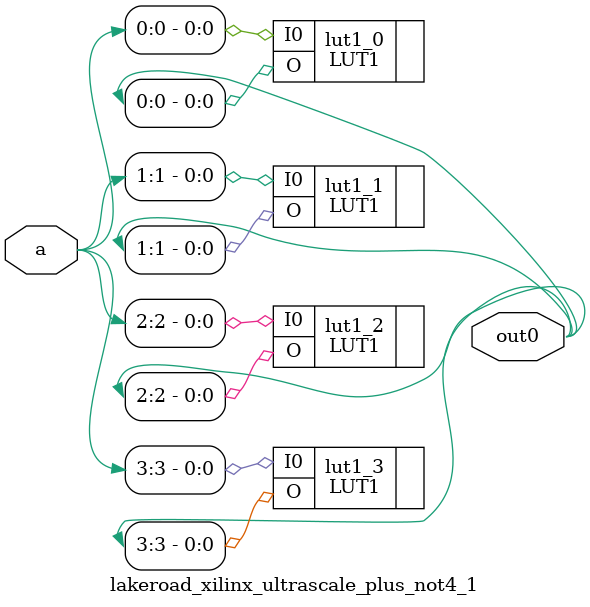
<source format=v>

/* Generated by Yosys 0.19 (git sha1 a45c131b37c, clang 13.1.6 -fPIC -Os) */

module lakeroad_xilinx_ultrascale_plus_not4_1(a, out0);
  input [3:0] a;
  wire [3:0] a;
  output [3:0] out0;
  wire [3:0] out0;
  LUT1 #(
    .INIT(2'h1)
  ) lut1_0 (
    .I0(a[0]),
    .O(out0[0])
  );
  LUT1 #(
    .INIT(2'h1)
  ) lut1_1 (
    .I0(a[1]),
    .O(out0[1])
  );
  LUT1 #(
    .INIT(2'h1)
  ) lut1_2 (
    .I0(a[2]),
    .O(out0[2])
  );
  LUT1 #(
    .INIT(2'h1)
  ) lut1_3 (
    .I0(a[3]),
    .O(out0[3])
  );
endmodule


</source>
